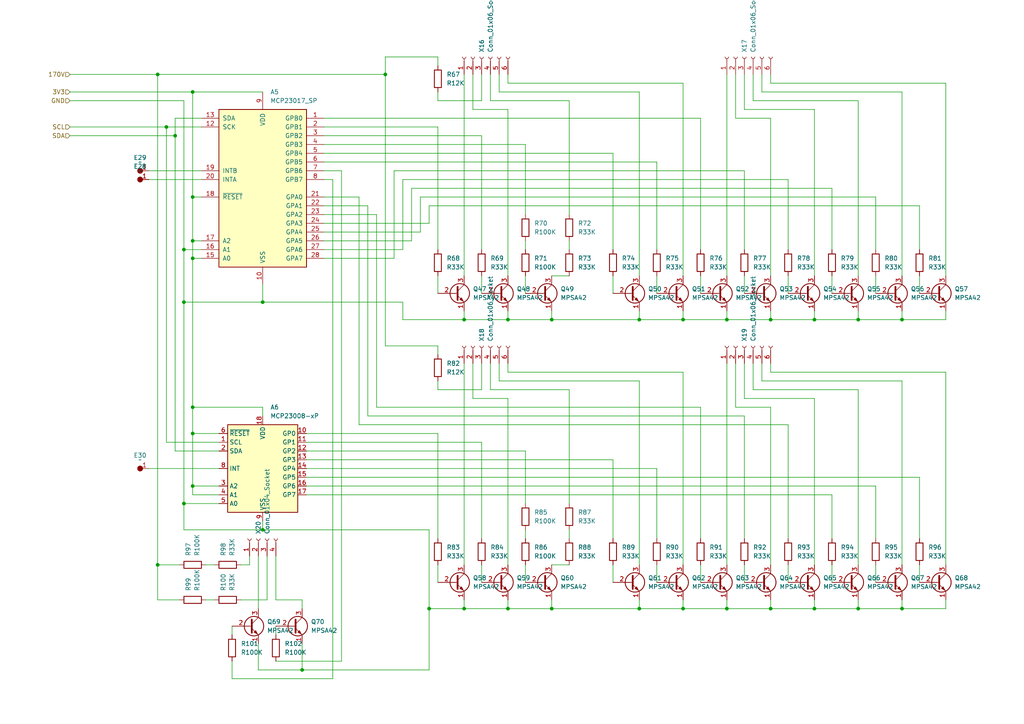
<source format=kicad_sch>
(kicad_sch (version 20231120) (generator "eeschema") (generator_version "8.0")
  (paper "A4")
  (lib_symbols
    (symbol "Connector:Conn_01x04_Socket" (pin_names (offset 1.016) hide)
      (property "Reference" "J" (at 0 5.08 0))
      (property "Value" "Conn_01x04_Socket" (at 0 -7.62 0))
      (symbol "Conn_01x04_Socket_1_1"
        (arc (start 0 -4.572) (mid -0.5058 -5.08) (end 0 -5.588) (stroke (width 0.1524)))
        (arc (start 0 -2.032) (mid -0.5058 -2.54) (end 0 -3.048) (stroke (width 0.1524)))
        (polyline (pts (xy -1.27 -5.08) (xy -0.508 -5.08)) (stroke (width 0.1524)))
        (polyline (pts (xy -1.27 -2.54) (xy -0.508 -2.54)) (stroke (width 0.1524)))
        (polyline (pts (xy -1.27 0) (xy -0.508 0)) (stroke (width 0.1524)))
        (polyline (pts (xy -1.27 2.54) (xy -0.508 2.54)) (stroke (width 0.1524)))
        (arc (start 0 0.508) (mid -0.5058 0) (end 0 -0.508) (stroke (width 0.1524)))
        (arc (start 0 3.048) (mid -0.5058 2.54) (end 0 2.032) (stroke (width 0.1524)))
        (pin passive line (at -5.08 2.54 0) (length 3.81) (name "Pin_1") (number "1"))
        (pin passive line (at -5.08 0 0) (length 3.81) (name "Pin_2") (number "2"))
        (pin passive line (at -5.08 -2.54 0) (length 3.81) (name "Pin_3") (number "3"))
        (pin passive line (at -5.08 -5.08 0) (length 3.81) (name "Pin_4") (number "4"))
      )
    )
    (symbol "Connector:Conn_01x06_Socket" (pin_names (offset 1.016) hide)
      (property "Reference" "J" (at 0 7.62 0))
      (property "Value" "Conn_01x06_Socket" (at 0 -10.16 0))
      (symbol "Conn_01x06_Socket_1_1"
        (arc (start 0 -7.112) (mid -0.5058 -7.62) (end 0 -8.128) (stroke (width 0.1524)))
        (arc (start 0 -4.572) (mid -0.5058 -5.08) (end 0 -5.588) (stroke (width 0.1524)))
        (arc (start 0 -2.032) (mid -0.5058 -2.54) (end 0 -3.048) (stroke (width 0.1524)))
        (polyline (pts (xy -1.27 -7.62) (xy -0.508 -7.62)) (stroke (width 0.1524)))
        (polyline (pts (xy -1.27 -5.08) (xy -0.508 -5.08)) (stroke (width 0.1524)))
        (polyline (pts (xy -1.27 -2.54) (xy -0.508 -2.54)) (stroke (width 0.1524)))
        (polyline (pts (xy -1.27 0) (xy -0.508 0)) (stroke (width 0.1524)))
        (polyline (pts (xy -1.27 2.54) (xy -0.508 2.54)) (stroke (width 0.1524)))
        (polyline (pts (xy -1.27 5.08) (xy -0.508 5.08)) (stroke (width 0.1524)))
        (arc (start 0 0.508) (mid -0.5058 0) (end 0 -0.508) (stroke (width 0.1524)))
        (arc (start 0 3.048) (mid -0.5058 2.54) (end 0 2.032) (stroke (width 0.1524)))
        (arc (start 0 5.588) (mid -0.5058 5.08) (end 0 4.572) (stroke (width 0.1524)))
        (pin passive line (at -5.08 5.08 0) (length 3.81) (name "Pin_1") (number "1"))
        (pin passive line (at -5.08 2.54 0) (length 3.81) (name "Pin_2") (number "2"))
        (pin passive line (at -5.08 0 0) (length 3.81) (name "Pin_3") (number "3"))
        (pin passive line (at -5.08 -2.54 0) (length 3.81) (name "Pin_4") (number "4"))
        (pin passive line (at -5.08 -5.08 0) (length 3.81) (name "Pin_5") (number "5"))
        (pin passive line (at -5.08 -7.62 0) (length 3.81) (name "Pin_6") (number "6"))
      )
    )
    (symbol "Device:R" (pin_numbers hide) (pin_names (offset 0))
      (property "Reference" "R" (at 2.032 0 90))
      (property "Value" "R" (at 0 0 90))
      (symbol "R_0_1"
        (rectangle (start -1.016 -2.54) (end 1.016 2.54) (stroke (width 0.254)))
      )
      (symbol "R_1_1"
        (pin passive line (at 0 3.81 270) (length 1.27) (name "~") (number "1"))
        (pin passive line (at 0 -3.81 90) (length 1.27) (name "~") (number "2"))
      )
    )
    (symbol "Interface_Expansion:MCP23008-xP"
      (property "Reference" "U" (at -8.89 13.97 0))
      (property "Value" "MCP23008-xP" (at 8.89 13.97 0))
      (symbol "MCP23008-xP_0_1"
        (rectangle (start -10.16 12.7) (end 10.16 -12.7) (stroke (width 0.254)) (fill (type background)))
      )
      (symbol "MCP23008-xP_1_1"
        (pin input line (at -12.7 7.62 0) (length 2.54) (name "SCL") (number "1"))
        (pin bidirectional line (at 12.7 10.16 180) (length 2.54) (name "GP0") (number "10"))
        (pin bidirectional line (at 12.7 7.62 180) (length 2.54) (name "GP1") (number "11"))
        (pin bidirectional line (at 12.7 5.08 180) (length 2.54) (name "GP2") (number "12"))
        (pin bidirectional line (at 12.7 2.54 180) (length 2.54) (name "GP3") (number "13"))
        (pin bidirectional line (at 12.7 0 180) (length 2.54) (name "GP4") (number "14"))
        (pin bidirectional line (at 12.7 -2.54 180) (length 2.54) (name "GP5") (number "15"))
        (pin bidirectional line (at 12.7 -5.08 180) (length 2.54) (name "GP6") (number "16"))
        (pin bidirectional line (at 12.7 -7.62 180) (length 2.54) (name "GP7") (number "17"))
        (pin power_in line (at 0 15.24 270) (length 2.54) (name "VDD") (number "18"))
        (pin bidirectional line (at -12.7 5.08 0) (length 2.54) (name "SDA") (number "2"))
        (pin input line (at -12.7 -5.08 0) (length 2.54) (name "A2") (number "3"))
        (pin input line (at -12.7 -7.62 0) (length 2.54) (name "A1") (number "4"))
        (pin input line (at -12.7 -10.16 0) (length 2.54) (name "A0") (number "5"))
        (pin input line (at -12.7 10.16 0) (length 2.54) (name "~{RESET}") (number "6"))
        (pin no_connect line (at -10.16 -2.54 0) (length 2.54) hide (name "NC") (number "7"))
        (pin output line (at -12.7 0 0) (length 2.54) (name "INT") (number "8"))
        (pin power_in line (at 0 -15.24 90) (length 2.54) (name "VSS") (number "9"))
      )
    )
    (symbol "Interface_Expansion:MCP23017_SP" (pin_names (offset 1.016))
      (property "Reference" "U" (at -11.43 24.13 0))
      (property "Value" "MCP23017_SP" (at 0 0 0))
      (symbol "MCP23017_SP_0_1"
        (rectangle (start -12.7 22.86) (end 12.7 -22.86) (stroke (width 0.254)) (fill (type background)))
      )
      (symbol "MCP23017_SP_1_1"
        (pin bidirectional line (at 17.78 20.32 180) (length 5.08) (name "GPB0") (number "1"))
        (pin power_in line (at 0 -27.94 90) (length 5.08) (name "VSS") (number "10"))
        (pin no_connect line (at -12.7 15.24 0) (length 5.08) hide (name "NC") (number "11"))
        (pin input line (at -17.78 17.78 0) (length 5.08) (name "SCK") (number "12"))
        (pin bidirectional line (at -17.78 20.32 0) (length 5.08) (name "SDA") (number "13"))
        (pin no_connect line (at -12.7 12.7 0) (length 5.08) hide (name "NC") (number "14"))
        (pin input line (at -17.78 -20.32 0) (length 5.08) (name "A0") (number "15"))
        (pin input line (at -17.78 -17.78 0) (length 5.08) (name "A1") (number "16"))
        (pin input line (at -17.78 -15.24 0) (length 5.08) (name "A2") (number "17"))
        (pin input line (at -17.78 -2.54 0) (length 5.08) (name "~{RESET}") (number "18"))
        (pin tri_state line (at -17.78 5.08 0) (length 5.08) (name "INTB") (number "19"))
        (pin bidirectional line (at 17.78 17.78 180) (length 5.08) (name "GPB1") (number "2"))
        (pin tri_state line (at -17.78 2.54 0) (length 5.08) (name "INTA") (number "20"))
        (pin bidirectional line (at 17.78 -2.54 180) (length 5.08) (name "GPA0") (number "21"))
        (pin bidirectional line (at 17.78 -5.08 180) (length 5.08) (name "GPA1") (number "22"))
        (pin bidirectional line (at 17.78 -7.62 180) (length 5.08) (name "GPA2") (number "23"))
        (pin bidirectional line (at 17.78 -10.16 180) (length 5.08) (name "GPA3") (number "24"))
        (pin bidirectional line (at 17.78 -12.7 180) (length 5.08) (name "GPA4") (number "25"))
        (pin bidirectional line (at 17.78 -15.24 180) (length 5.08) (name "GPA5") (number "26"))
        (pin bidirectional line (at 17.78 -17.78 180) (length 5.08) (name "GPA6") (number "27"))
        (pin bidirectional line (at 17.78 -20.32 180) (length 5.08) (name "GPA7") (number "28"))
        (pin bidirectional line (at 17.78 15.24 180) (length 5.08) (name "GPB2") (number "3"))
        (pin bidirectional line (at 17.78 12.7 180) (length 5.08) (name "GPB3") (number "4"))
        (pin bidirectional line (at 17.78 10.16 180) (length 5.08) (name "GPB4") (number "5"))
        (pin bidirectional line (at 17.78 7.62 180) (length 5.08) (name "GPB5") (number "6"))
        (pin bidirectional line (at 17.78 5.08 180) (length 5.08) (name "GPB6") (number "7"))
        (pin bidirectional line (at 17.78 2.54 180) (length 5.08) (name "GPB7") (number "8"))
        (pin power_in line (at 0 27.94 270) (length 5.08) (name "VDD") (number "9"))
      )
    )
    (symbol "Nixie:Pin"
      (property "Reference" "E" (at 4.064 0 0))
      (symbol "Pin_0_1"
        (circle (center 2.54 0) (radius 0.75) (fill (type outline)))
      )
      (symbol "Pin_1_1"
        (pin bidirectional line (at 0 0 0) (length 2.54) (name "") (number "1"))
      )
    )
    (symbol "Transistor_BJT:MPSA42" (pin_names (offset 1.016) hide)
      (property "Reference" "Q" (at 5.08 1.905 0))
      (property "Value" "MPSA42" (at 5.08 0 0))
      (symbol "MPSA42_0_1"
        (polyline (pts (xy 0 0) (xy 0.635 0)))
        (polyline (pts (xy 0.635 0.635) (xy 2.54 2.54)))
        (polyline (pts (xy 0.635 -0.635) (xy 2.54 -2.54) (xy 2.54 -2.54)))
        (polyline (pts (xy 0.635 1.905) (xy 0.635 -1.905) (xy 0.635 -1.905)) (stroke (width 0.508)))
        (polyline (pts (xy 1.27 -1.778) (xy 1.778 -1.27) (xy 2.286 -2.286) (xy 1.27 -1.778) (xy 1.27 -1.778)) (fill (type outline)))
        (circle (center 1.27 0) (radius 2.8194) (stroke (width 0.254)))
      )
      (symbol "MPSA42_1_1"
        (pin passive line (at 2.54 -5.08 90) (length 2.54) (name "E") (number "1"))
        (pin input line (at -5.08 0 0) (length 5.08) (name "B") (number "2"))
        (pin passive line (at 2.54 5.08 270) (length 2.54) (name "C") (number "3"))
      )
    )
  )
  (junction (at 55.88 140.97))
  (junction (at 55.88 74.93))
  (junction (at 147.32 92.71))
  (junction (at 261.62 176.53))
  (junction (at 223.52 176.53))
  (junction (at 147.32 176.53))
  (junction (at 261.62 92.71))
  (junction (at 53.34 87.63))
  (junction (at 45.72 163.83))
  (junction (at 111.76 21.59))
  (junction (at 210.82 176.53))
  (junction (at 223.52 92.71))
  (junction (at 185.42 92.71))
  (junction (at 198.12 92.71))
  (junction (at 55.88 57.15))
  (junction (at 76.2 87.63))
  (junction (at 45.72 21.59))
  (junction (at 55.88 26.67))
  (junction (at 236.22 92.71))
  (junction (at 53.34 146.05))
  (junction (at 160.02 176.53))
  (junction (at 48.26 36.83))
  (junction (at 248.92 92.71))
  (junction (at 160.02 92.71))
  (junction (at 210.82 92.71))
  (junction (at 198.12 176.53))
  (junction (at 236.22 176.53))
  (junction (at 55.88 118.11))
  (junction (at 53.34 72.39))
  (junction (at 55.88 69.85))
  (junction (at 124.46 176.53))
  (junction (at 55.88 125.73))
  (junction (at 248.92 176.53))
  (junction (at 134.62 92.71))
  (junction (at 50.8 39.37))
  (junction (at 76.2 153.67))
  (junction (at 87.63 194.31))
  (junction (at 134.62 176.53))
  (junction (at 185.42 176.53))
  (wire (pts (xy 55.88 69.85) (xy 58.42 69.85)))
  (wire (pts (xy 177.8 44.45) (xy 177.8 72.39)))
  (wire (pts (xy 134.62 105.41) (xy 134.62 163.83)))
  (wire (pts (xy 198.12 24.13) (xy 147.32 24.13)))
  (wire (pts (xy 20.32 29.21) (xy 53.34 29.21)))
  (wire (pts (xy 228.6 163.83) (xy 228.6 168.91)))
  (wire (pts (xy 127 80.01) (xy 127 85.09)))
  (wire (pts (xy 147.32 80.01) (xy 147.32 31.75)))
  (wire (pts (xy 274.32 24.13) (xy 223.52 24.13)))
  (wire (pts (xy 93.98 59.69) (xy 106.68 59.69)))
  (wire (pts (xy 203.2 80.01) (xy 203.2 85.09)))
  (wire (pts (xy 147.32 24.13) (xy 147.32 21.59)))
  (wire (pts (xy 144.78 26.67) (xy 144.78 21.59)))
  (wire (pts (xy 20.32 36.83) (xy 48.26 36.83)))
  (wire (pts (xy 58.42 74.93) (xy 55.88 74.93)))
  (wire (pts (xy 160.02 176.53) (xy 185.42 176.53)))
  (wire (pts (xy 67.31 181.61) (xy 67.31 184.15)))
  (wire (pts (xy 165.1 69.85) (xy 165.1 72.39)))
  (wire (pts (xy 165.1 62.23) (xy 165.1 29.21)))
  (wire (pts (xy 63.5 125.73) (xy 55.88 125.73)))
  (wire (pts (xy 72.39 163.83) (xy 72.39 161.29)))
  (wire (pts (xy 261.62 92.71) (xy 261.62 90.17)))
  (wire (pts (xy 80.01 161.29) (xy 80.01 173.99)))
  (wire (pts (xy 76.2 153.67) (xy 76.2 151.13)))
  (wire (pts (xy 111.76 16.51) (xy 127 16.51)))
  (wire (pts (xy 139.7 72.39) (xy 139.7 39.37)))
  (wire (pts (xy 254 80.01) (xy 254 85.09)))
  (wire (pts (xy 185.42 173.99) (xy 185.42 176.53)))
  (wire (pts (xy 55.88 74.93) (xy 55.88 118.11)))
  (wire (pts (xy 74.93 194.31) (xy 87.63 194.31)))
  (wire (pts (xy 74.93 186.69) (xy 74.93 194.31)))
  (wire (pts (xy 203.2 163.83) (xy 203.2 168.91)))
  (wire (pts (xy 50.8 39.37) (xy 50.8 34.29)))
  (wire (pts (xy 274.32 173.99) (xy 274.32 176.53)))
  (wire (pts (xy 210.82 92.71) (xy 198.12 92.71)))
  (wire (pts (xy 137.16 115.57) (xy 147.32 115.57)))
  (wire (pts (xy 185.42 92.71) (xy 160.02 92.71)))
  (wire (pts (xy 93.98 52.07) (xy 96.52 52.07)))
  (wire (pts (xy 53.34 146.05) (xy 53.34 153.67)))
  (wire (pts (xy 127 72.39) (xy 127 36.83)))
  (wire (pts (xy 274.32 24.13) (xy 274.32 80.01)))
  (wire (pts (xy 121.92 57.15) (xy 121.92 67.31)))
  (wire (pts (xy 261.62 176.53) (xy 261.62 173.99)))
  (wire (pts (xy 236.22 115.57) (xy 215.9 115.57)))
  (wire (pts (xy 55.88 143.51) (xy 55.88 140.97)))
  (wire (pts (xy 198.12 92.71) (xy 198.12 90.17)))
  (wire (pts (xy 43.18 52.07) (xy 58.42 52.07)))
  (wire (pts (xy 228.6 156.21) (xy 228.6 123.19)))
  (wire (pts (xy 248.92 80.01) (xy 248.92 29.21)))
  (wire (pts (xy 55.88 118.11) (xy 76.2 118.11)))
  (wire (pts (xy 218.44 29.21) (xy 218.44 21.59)))
  (wire (pts (xy 20.32 39.37) (xy 50.8 39.37)))
  (wire (pts (xy 45.72 21.59) (xy 45.72 163.83)))
  (wire (pts (xy 76.2 118.11) (xy 76.2 120.65)))
  (wire (pts (xy 152.4 153.67) (xy 152.4 156.21)))
  (wire (pts (xy 236.22 80.01) (xy 236.22 31.75)))
  (wire (pts (xy 248.92 29.21) (xy 218.44 29.21)))
  (wire (pts (xy 67.31 196.85) (xy 67.31 191.77)))
  (wire (pts (xy 52.07 173.99) (xy 45.72 173.99)))
  (wire (pts (xy 93.98 46.99) (xy 190.5 46.99)))
  (wire (pts (xy 88.9 143.51) (xy 241.3 143.51)))
  (wire (pts (xy 48.26 36.83) (xy 48.26 128.27)))
  (wire (pts (xy 213.36 118.11) (xy 213.36 105.41)))
  (wire (pts (xy 223.52 163.83) (xy 223.52 118.11)))
  (wire (pts (xy 55.88 140.97) (xy 55.88 125.73)))
  (wire (pts (xy 63.5 130.81) (xy 50.8 130.81)))
  (wire (pts (xy 152.4 130.81) (xy 152.4 146.05)))
  (wire (pts (xy 93.98 72.39) (xy 116.84 72.39)))
  (wire (pts (xy 88.9 125.73) (xy 127 125.73)))
  (wire (pts (xy 87.63 173.99) (xy 87.63 176.53)))
  (wire (pts (xy 77.47 173.99) (xy 77.47 161.29)))
  (wire (pts (xy 160.02 80.01) (xy 165.1 80.01)))
  (wire (pts (xy 198.12 176.53) (xy 210.82 176.53)))
  (wire (pts (xy 266.7 163.83) (xy 266.7 168.91)))
  (wire (pts (xy 20.32 21.59) (xy 45.72 21.59)))
  (wire (pts (xy 96.52 196.85) (xy 67.31 196.85)))
  (wire (pts (xy 87.63 194.31) (xy 124.46 194.31)))
  (wire (pts (xy 165.1 146.05) (xy 165.1 113.03)))
  (wire (pts (xy 43.18 49.53) (xy 58.42 49.53)))
  (wire (pts (xy 76.2 153.67) (xy 124.46 153.67)))
  (wire (pts (xy 55.88 69.85) (xy 55.88 74.93)))
  (wire (pts (xy 147.32 31.75) (xy 137.16 31.75)))
  (wire (pts (xy 215.9 163.83) (xy 215.9 168.91)))
  (wire (pts (xy 198.12 80.01) (xy 198.12 24.13)))
  (wire (pts (xy 152.4 80.01) (xy 152.4 85.09)))
  (wire (pts (xy 114.3 49.53) (xy 215.9 49.53)))
  (wire (pts (xy 59.69 173.99) (xy 62.23 173.99)))
  (wire (pts (xy 119.38 54.61) (xy 241.3 54.61)))
  (wire (pts (xy 266.7 72.39) (xy 266.7 59.69)))
  (wire (pts (xy 210.82 173.99) (xy 210.82 176.53)))
  (wire (pts (xy 127 113.03) (xy 127 110.49)))
  (wire (pts (xy 241.3 80.01) (xy 241.3 85.09)))
  (wire (pts (xy 63.5 143.51) (xy 55.88 143.51)))
  (wire (pts (xy 127 163.83) (xy 127 168.91)))
  (wire (pts (xy 236.22 92.71) (xy 223.52 92.71)))
  (wire (pts (xy 88.9 130.81) (xy 152.4 130.81)))
  (wire (pts (xy 274.32 176.53) (xy 261.62 176.53)))
  (wire (pts (xy 261.62 163.83) (xy 261.62 110.49)))
  (wire (pts (xy 203.2 156.21) (xy 203.2 118.11)))
  (wire (pts (xy 116.84 52.07) (xy 116.84 72.39)))
  (wire (pts (xy 165.1 113.03) (xy 142.24 113.03)))
  (wire (pts (xy 236.22 163.83) (xy 236.22 115.57)))
  (wire (pts (xy 241.3 54.61) (xy 241.3 72.39)))
  (wire (pts (xy 185.42 110.49) (xy 144.78 110.49)))
  (wire (pts (xy 139.7 113.03) (xy 127 113.03)))
  (wire (pts (xy 185.42 163.83) (xy 185.42 110.49)))
  (wire (pts (xy 88.9 140.97) (xy 254 140.97)))
  (wire (pts (xy 137.16 31.75) (xy 137.16 21.59)))
  (wire (pts (xy 266.7 80.01) (xy 266.7 85.09)))
  (wire (pts (xy 93.98 69.85) (xy 119.38 69.85)))
  (wire (pts (xy 203.2 34.29) (xy 203.2 72.39)))
  (wire (pts (xy 93.98 64.77) (xy 124.46 64.77)))
  (wire (pts (xy 109.22 118.11) (xy 203.2 118.11)))
  (wire (pts (xy 139.7 163.83) (xy 139.7 168.91)))
  (wire (pts (xy 20.32 26.67) (xy 55.88 26.67)))
  (wire (pts (xy 53.34 72.39) (xy 53.34 87.63)))
  (wire (pts (xy 93.98 62.23) (xy 109.22 62.23)))
  (wire (pts (xy 139.7 80.01) (xy 139.7 85.09)))
  (wire (pts (xy 236.22 173.99) (xy 236.22 176.53)))
  (wire (pts (xy 160.02 92.71) (xy 147.32 92.71)))
  (wire (pts (xy 236.22 176.53) (xy 248.92 176.53)))
  (wire (pts (xy 111.76 100.33) (xy 111.76 21.59)))
  (wire (pts (xy 88.9 128.27) (xy 139.7 128.27)))
  (wire (pts (xy 53.34 72.39) (xy 58.42 72.39)))
  (wire (pts (xy 215.9 31.75) (xy 215.9 21.59)))
  (wire (pts (xy 55.88 57.15) (xy 55.88 69.85)))
  (wire (pts (xy 139.7 128.27) (xy 139.7 156.21)))
  (wire (pts (xy 223.52 107.95) (xy 223.52 105.41)))
  (wire (pts (xy 248.92 92.71) (xy 236.22 92.71)))
  (wire (pts (xy 223.52 118.11) (xy 213.36 118.11)))
  (wire (pts (xy 210.82 92.71) (xy 223.52 92.71)))
  (wire (pts (xy 165.1 29.21) (xy 142.24 29.21)))
  (wire (pts (xy 106.68 120.65) (xy 106.68 59.69)))
  (wire (pts (xy 139.7 29.21) (xy 127 29.21)))
  (wire (pts (xy 198.12 163.83) (xy 198.12 107.95)))
  (wire (pts (xy 119.38 54.61) (xy 119.38 69.85)))
  (wire (pts (xy 152.4 69.85) (xy 152.4 72.39)))
  (wire (pts (xy 213.36 34.29) (xy 213.36 21.59)))
  (wire (pts (xy 223.52 21.59) (xy 223.52 24.13)))
  (wire (pts (xy 185.42 176.53) (xy 198.12 176.53)))
  (wire (pts (xy 198.12 173.99) (xy 198.12 176.53)))
  (wire (pts (xy 45.72 173.99) (xy 45.72 163.83)))
  (wire (pts (xy 116.84 87.63) (xy 116.84 92.71)))
  (wire (pts (xy 124.46 194.31) (xy 124.46 176.53)))
  (wire (pts (xy 254 163.83) (xy 254 168.91)))
  (wire (pts (xy 43.18 135.89) (xy 63.5 135.89)))
  (wire (pts (xy 139.7 105.41) (xy 139.7 113.03)))
  (wire (pts (xy 48.26 36.83) (xy 58.42 36.83)))
  (wire (pts (xy 142.24 29.21) (xy 142.24 21.59)))
  (wire (pts (xy 45.72 21.59) (xy 111.76 21.59)))
  (wire (pts (xy 220.98 110.49) (xy 220.98 105.41)))
  (wire (pts (xy 121.92 67.31) (xy 93.98 67.31)))
  (wire (pts (xy 127 100.33) (xy 127 102.87)))
  (wire (pts (xy 80.01 181.61) (xy 80.01 184.15)))
  (wire (pts (xy 88.9 138.43) (xy 266.7 138.43)))
  (wire (pts (xy 99.06 191.77) (xy 99.06 49.53)))
  (wire (pts (xy 274.32 92.71) (xy 261.62 92.71)))
  (wire (pts (xy 223.52 80.01) (xy 223.52 34.29)))
  (wire (pts (xy 134.62 21.59) (xy 134.62 80.01)))
  (wire (pts (xy 55.88 57.15) (xy 58.42 57.15)))
  (wire (pts (xy 134.62 92.71) (xy 116.84 92.71)))
  (wire (pts (xy 274.32 90.17) (xy 274.32 92.71)))
  (wire (pts (xy 198.12 92.71) (xy 185.42 92.71)))
  (wire (pts (xy 185.42 92.71) (xy 185.42 90.17)))
  (wire (pts (xy 114.3 49.53) (xy 114.3 74.93)))
  (wire (pts (xy 59.69 163.83) (xy 62.23 163.83)))
  (wire (pts (xy 127 29.21) (xy 127 26.67)))
  (wire (pts (xy 104.14 123.19) (xy 228.6 123.19)))
  (wire (pts (xy 69.85 163.83) (xy 72.39 163.83)))
  (wire (pts (xy 198.12 107.95) (xy 147.32 107.95)))
  (wire (pts (xy 50.8 34.29) (xy 58.42 34.29)))
  (wire (pts (xy 88.9 135.89) (xy 190.5 135.89)))
  (wire (pts (xy 134.62 173.99) (xy 134.62 176.53)))
  (wire (pts (xy 236.22 92.71) (xy 236.22 90.17)))
  (wire (pts (xy 88.9 133.35) (xy 177.8 133.35)))
  (wire (pts (xy 160.02 163.83) (xy 165.1 163.83)))
  (wire (pts (xy 139.7 39.37) (xy 93.98 39.37)))
  (wire (pts (xy 124.46 59.69) (xy 266.7 59.69)))
  (wire (pts (xy 223.52 173.99) (xy 223.52 176.53)))
  (wire (pts (xy 215.9 115.57) (xy 215.9 105.41)))
  (wire (pts (xy 124.46 153.67) (xy 124.46 176.53)))
  (wire (pts (xy 241.3 163.83) (xy 241.3 168.91)))
  (wire (pts (xy 45.72 163.83) (xy 52.07 163.83)))
  (wire (pts (xy 210.82 92.71) (xy 210.82 90.17)))
  (wire (pts (xy 106.68 120.65) (xy 215.9 120.65)))
  (wire (pts (xy 127 16.51) (xy 127 19.05)))
  (wire (pts (xy 76.2 87.63) (xy 53.34 87.63)))
  (wire (pts (xy 248.92 176.53) (xy 261.62 176.53)))
  (wire (pts (xy 165.1 153.67) (xy 165.1 156.21)))
  (wire (pts (xy 210.82 105.41) (xy 210.82 163.83)))
  (wire (pts (xy 80.01 173.99) (xy 87.63 173.99)))
  (wire (pts (xy 152.4 41.91) (xy 93.98 41.91)))
  (wire (pts (xy 254 57.15) (xy 254 72.39)))
  (wire (pts (xy 215.9 156.21) (xy 215.9 120.65)))
  (wire (pts (xy 144.78 110.49) (xy 144.78 105.41)))
  (wire (pts (xy 134.62 176.53) (xy 147.32 176.53)))
  (wire (pts (xy 63.5 128.27) (xy 48.26 128.27)))
  (wire (pts (xy 223.52 92.71) (xy 223.52 90.17)))
  (wire (pts (xy 236.22 31.75) (xy 215.9 31.75)))
  (wire (pts (xy 53.34 29.21) (xy 53.34 72.39)))
  (wire (pts (xy 210.82 176.53) (xy 223.52 176.53)))
  (wire (pts (xy 248.92 113.03) (xy 218.44 113.03)))
  (wire (pts (xy 185.42 26.67) (xy 144.78 26.67)))
  (wire (pts (xy 116.84 87.63) (xy 76.2 87.63)))
  (wire (pts (xy 99.06 49.53) (xy 93.98 49.53)))
  (wire (pts (xy 261.62 92.71) (xy 248.92 92.71)))
  (wire (pts (xy 74.93 161.29) (xy 74.93 176.53)))
  (wire (pts (xy 218.44 113.03) (xy 218.44 105.41)))
  (wire (pts (xy 177.8 80.01) (xy 177.8 85.09)))
  (wire (pts (xy 215.9 80.01) (xy 215.9 85.09)))
  (wire (pts (xy 147.32 92.71) (xy 147.32 90.17)))
  (wire (pts (xy 185.42 80.01) (xy 185.42 26.67)))
  (wire (pts (xy 104.14 57.15) (xy 104.14 123.19)))
  (wire (pts (xy 116.84 52.07) (xy 228.6 52.07)))
  (wire (pts (xy 248.92 92.71) (xy 248.92 90.17)))
  (wire (pts (xy 190.5 135.89) (xy 190.5 156.21)))
  (wire (pts (xy 53.34 87.63) (xy 53.34 146.05)))
  (wire (pts (xy 152.4 62.23) (xy 152.4 41.91)))
  (wire (pts (xy 109.22 118.11) (xy 109.22 62.23)))
  (wire (pts (xy 160.02 173.99) (xy 160.02 176.53)))
  (wire (pts (xy 53.34 146.05) (xy 63.5 146.05)))
  (wire (pts (xy 223.52 34.29) (xy 213.36 34.29)))
  (wire (pts (xy 220.98 26.67) (xy 220.98 21.59)))
  (wire (pts (xy 147.32 163.83) (xy 147.32 115.57)))
  (wire (pts (xy 69.85 173.99) (xy 77.47 173.99)))
  (wire (pts (xy 127 125.73) (xy 127 156.21)))
  (wire (pts (xy 223.52 176.53) (xy 236.22 176.53)))
  (wire (pts (xy 142.24 113.03) (xy 142.24 105.41)))
  (wire (pts (xy 93.98 34.29) (xy 203.2 34.29)))
  (wire (pts (xy 124.46 176.53) (xy 134.62 176.53)))
  (wire (pts (xy 254 140.97) (xy 254 156.21)))
  (wire (pts (xy 160.02 92.71) (xy 160.02 90.17)))
  (wire (pts (xy 274.32 163.83) (xy 274.32 107.95)))
  (wire (pts (xy 147.32 173.99) (xy 147.32 176.53)))
  (wire (pts (xy 111.76 16.51) (xy 111.76 21.59)))
  (wire (pts (xy 261.62 110.49) (xy 220.98 110.49)))
  (wire (pts (xy 137.16 115.57) (xy 137.16 105.41)))
  (wire (pts (xy 121.92 57.15) (xy 254 57.15)))
  (wire (pts (xy 190.5 46.99) (xy 190.5 72.39)))
  (wire (pts (xy 55.88 26.67) (xy 76.2 26.67)))
  (wire (pts (xy 261.62 80.01) (xy 261.62 26.67)))
  (wire (pts (xy 55.88 26.67) (xy 55.88 57.15)))
  (wire (pts (xy 93.98 74.93) (xy 114.3 74.93)))
  (wire (pts (xy 127 100.33) (xy 111.76 100.33)))
  (wire (pts (xy 104.14 57.15) (xy 93.98 57.15)))
  (wire (pts (xy 96.52 52.07) (xy 96.52 196.85)))
  (wire (pts (xy 147.32 92.71) (xy 134.62 92.71)))
  (wire (pts (xy 274.32 107.95) (xy 223.52 107.95)))
  (wire (pts (xy 127 36.83) (xy 93.98 36.83)))
  (wire (pts (xy 261.62 26.67) (xy 220.98 26.67)))
  (wire (pts (xy 55.88 125.73) (xy 55.88 118.11)))
  (wire (pts (xy 177.8 133.35) (xy 177.8 156.21)))
  (wire (pts (xy 190.5 163.83) (xy 190.5 168.91)))
  (wire (pts (xy 134.62 92.71) (xy 134.62 90.17)))
  (wire (pts (xy 147.32 176.53) (xy 160.02 176.53)))
  (wire (pts (xy 80.01 191.77) (xy 99.06 191.77)))
  (wire (pts (xy 139.7 21.59) (xy 139.7 29.21)))
  (wire (pts (xy 147.32 107.95) (xy 147.32 105.41)))
  (wire (pts (xy 248.92 173.99) (xy 248.92 176.53)))
  (wire (pts (xy 87.63 186.69) (xy 87.63 194.31)))
  (wire (pts (xy 215.9 49.53) (xy 215.9 72.39)))
  (wire (pts (xy 53.34 153.67) (xy 76.2 153.67)))
  (wire (pts (xy 76.2 82.55) (xy 76.2 87.63)))
  (wire (pts (xy 241.3 156.21) (xy 241.3 143.51)))
  (wire (pts (xy 266.7 156.21) (xy 266.7 138.43)))
  (wire (pts (xy 190.5 80.01) (xy 190.5 85.09)))
  (wire (pts (xy 210.82 80.01) (xy 210.82 21.59)))
  (wire (pts (xy 248.92 163.83) (xy 248.92 113.03)))
  (wire (pts (xy 63.5 140.97) (xy 55.88 140.97)))
  (wire (pts (xy 228.6 80.01) (xy 228.6 85.09)))
  (wire (pts (xy 93.98 44.45) (xy 177.8 44.45)))
  (wire (pts (xy 177.8 163.83) (xy 177.8 168.91)))
  (wire (pts (xy 50.8 130.81) (xy 50.8 39.37)))
  (wire (pts (xy 152.4 163.83) (xy 152.4 168.91)))
  (wire (pts (xy 124.46 64.77) (xy 124.46 59.69)))
  (wire (pts (xy 228.6 52.07) (xy 228.6 72.39)))
  (hierarchical_label "170V" (shape input) (at 20.32 21.59 180))
  (hierarchical_label "GND" (shape input) (at 20.32 29.21 180))
  (hierarchical_label "SDA" (shape input) (at 20.32 39.37 180))
  (hierarchical_label "SCL" (shape input) (at 20.32 36.83 180))
  (hierarchical_label "3V3" (shape input) (at 20.32 26.67 180))
  (symbol (lib_id "Device:R") (at 66.04 173.99 90) (unit 1)
    (property "Reference" "R100" (at 64.7699 171.45 0) (effects (justify left)))
    (property "Value" "R33K" (at 67.3099 171.45 0) (effects (justify left)))
    (property "Footprint" "Nixie:Resistor-a" (effects (hide yes)))
    (property "Description" "Resistor" (effects (hide yes)))
  )
  (symbol (lib_id "Nixie:Pin") (at 43.18 49.53 180) (unit 1)
    (property "Reference" "E29" (at 40.64 45.72 0))
    (property "Value" "~" (at 40.64 46.99 0))
    (property "Footprint" "Nixie:SingleHole" (effects (hide yes)))
  )
  (symbol (lib_id "Device:R") (at 254 160.02 0) (unit 1)
    (property "Reference" "R95" (at 256.54 158.7499 0) (effects (justify left)))
    (property "Value" "R33K" (at 256.54 161.2899 0) (effects (justify left)))
    (property "Footprint" "Nixie:Resistor-a" (effects (hide yes)))
    (property "Description" "Resistor" (effects (hide yes)))
  )
  (symbol (lib_id "Device:R") (at 241.3 160.02 0) (unit 1)
    (property "Reference" "R94" (at 243.84 158.7499 0) (effects (justify left)))
    (property "Value" "R33K" (at 243.84 161.2899 0) (effects (justify left)))
    (property "Footprint" "Nixie:Resistor-a" (effects (hide yes)))
    (property "Description" "Resistor" (effects (hide yes)))
  )
  (symbol (lib_id "Connector:Conn_01x04_Socket") (at 74.93 156.21 90) (unit 1)
    (property "Reference" "X20" (at 74.9299 154.94 0) (effects (justify left)))
    (property "Value" "Conn_01x04_Socket" (at 77.4699 154.94 0) (effects (justify left)))
    (property "Footprint" "Nixie:Pinbar_1-4-f-a" (effects (hide yes)))
    (property "Description" "Generic connector, single row, 01x04, script generated" (effects (hide yes)))
  )
  (symbol (lib_id "Transistor_BJT:MPSA42") (at 271.78 168.91 0) (unit 1)
    (property "Reference" "Q68" (at 276.86 167.6399 0) (effects (justify left)))
    (property "Value" "MPSA42" (at 276.86 170.1799 0) (effects (justify left)))
    (property "Footprint" "Package_TO_SOT_THT:TO-92_Inline" (effects (hide yes)))
    (property "Datasheet" "http://www.onsemi.com/pub_link/Collateral/MPSA42-D.PDF" (effects (hide yes)))
    (property "Description" "0.5A Ic, 300V Vce, NPN High Voltage Transistor, TO-92" (effects (hide yes)))
  )
  (symbol (lib_id "Device:R") (at 127 106.68 0) (unit 1)
    (property "Reference" "R82" (at 129.54 105.4099 0) (effects (justify left)))
    (property "Value" "R12K" (at 129.54 107.9499 0) (effects (justify left)))
    (property "Footprint" "Nixie:Resistor-a" (effects (hide yes)))
    (property "Description" "Resistor" (effects (hide yes)))
  )
  (symbol (lib_id "Device:R") (at 152.4 76.2 0) (unit 1)
    (property "Reference" "R71" (at 154.94 74.9299 0) (effects (justify left)))
    (property "Value" "R100K" (at 154.94 77.4699 0) (effects (justify left)))
    (property "Footprint" "Nixie:Resistor-a" (effects (hide yes)))
    (property "Description" "Resistor" (effects (hide yes)))
  )
  (symbol (lib_id "Interface_Expansion:MCP23017_SP") (at 76.2 54.61 0) (unit 1)
    (property "Reference" "A5" (at 78.3941 26.67 0) (effects (justify left)))
    (property "Value" "MCP23017_SP" (at 78.3941 29.21 0) (effects (justify left)))
    (property "Footprint" "Package_DIP:DIP-28_W7.62mm" (effects (hide yes)))
    (property "Datasheet" "http://ww1.microchip.com/downloads/en/DeviceDoc/20001952C.pdf" (effects (hide yes)))
    (property "Description" "16-bit I/O expander, I2C, interrupts, w pull-ups, SPDIP-28" (effects (hide yes)))
  )
  (symbol (lib_id "Device:R") (at 127 160.02 0) (unit 1)
    (property "Reference" "R83" (at 129.54 158.7499 0) (effects (justify left)))
    (property "Value" "R33K" (at 129.54 161.2899 0) (effects (justify left)))
    (property "Footprint" "Nixie:Resistor-a" (effects (hide yes)))
    (property "Description" "Resistor" (effects (hide yes)))
  )
  (symbol (lib_id "Device:R") (at 165.1 76.2 0) (unit 1)
    (property "Reference" "R73" (at 167.64 74.9299 0) (effects (justify left)))
    (property "Value" "R33K" (at 167.64 77.4699 0) (effects (justify left)))
    (property "Footprint" "Nixie:Resistor-a" (effects (hide yes)))
    (property "Description" "Resistor" (effects (hide yes)))
  )
  (symbol (lib_id "Device:R") (at 127 76.2 0) (unit 1)
    (property "Reference" "R68" (at 129.54 74.9299 0) (effects (justify left)))
    (property "Value" "R33K" (at 129.54 77.4699 0) (effects (justify left)))
    (property "Footprint" "Nixie:Resistor-a" (effects (hide yes)))
    (property "Description" "Resistor" (effects (hide yes)))
  )
  (symbol (lib_id "Transistor_BJT:MPSA42") (at 259.08 85.09 0) (unit 1)
    (property "Reference" "Q56" (at 264.16 83.8199 0) (effects (justify left)))
    (property "Value" "MPSA42" (at 264.16 86.3599 0) (effects (justify left)))
    (property "Footprint" "Package_TO_SOT_THT:TO-92_Inline" (effects (hide yes)))
    (property "Datasheet" "http://www.onsemi.com/pub_link/Collateral/MPSA42-D.PDF" (effects (hide yes)))
    (property "Description" "0.5A Ic, 300V Vce, NPN High Voltage Transistor, TO-92" (effects (hide yes)))
  )
  (symbol (lib_id "Transistor_BJT:MPSA42") (at 246.38 168.91 0) (unit 1)
    (property "Reference" "Q66" (at 251.46 167.6399 0) (effects (justify left)))
    (property "Value" "MPSA42" (at 251.46 170.1799 0) (effects (justify left)))
    (property "Footprint" "Package_TO_SOT_THT:TO-92_Inline" (effects (hide yes)))
    (property "Datasheet" "http://www.onsemi.com/pub_link/Collateral/MPSA42-D.PDF" (effects (hide yes)))
    (property "Description" "0.5A Ic, 300V Vce, NPN High Voltage Transistor, TO-92" (effects (hide yes)))
  )
  (symbol (lib_id "Device:R") (at 215.9 160.02 0) (unit 1)
    (property "Reference" "R92" (at 218.44 158.7499 0) (effects (justify left)))
    (property "Value" "R33K" (at 218.44 161.2899 0) (effects (justify left)))
    (property "Footprint" "Nixie:Resistor-a" (effects (hide yes)))
    (property "Description" "Resistor" (effects (hide yes)))
  )
  (symbol (lib_id "Transistor_BJT:MPSA42") (at 182.88 85.09 0) (unit 1)
    (property "Reference" "Q50" (at 187.96 83.8199 0) (effects (justify left)))
    (property "Value" "MPSA42" (at 187.96 86.3599 0) (effects (justify left)))
    (property "Footprint" "Package_TO_SOT_THT:TO-92_Inline" (effects (hide yes)))
    (property "Datasheet" "http://www.onsemi.com/pub_link/Collateral/MPSA42-D.PDF" (effects (hide yes)))
    (property "Description" "0.5A Ic, 300V Vce, NPN High Voltage Transistor, TO-92" (effects (hide yes)))
  )
  (symbol (lib_id "Device:R") (at 139.7 160.02 0) (unit 1)
    (property "Reference" "R84" (at 142.24 158.7499 0) (effects (justify left)))
    (property "Value" "R33K" (at 142.24 161.2899 0) (effects (justify left)))
    (property "Footprint" "Nixie:Resistor-a" (effects (hide yes)))
    (property "Description" "Resistor" (effects (hide yes)))
  )
  (symbol (lib_id "Device:R") (at 177.8 76.2 0) (unit 1)
    (property "Reference" "R74" (at 180.34 74.9299 0) (effects (justify left)))
    (property "Value" "R33K" (at 180.34 77.4699 0) (effects (justify left)))
    (property "Footprint" "Nixie:Resistor-a" (effects (hide yes)))
    (property "Description" "Resistor" (effects (hide yes)))
  )
  (symbol (lib_id "Transistor_BJT:MPSA42") (at 132.08 85.09 0) (unit 1)
    (property "Reference" "Q47" (at 137.16 83.8199 0) (effects (justify left)))
    (property "Value" "MPSA42" (at 137.16 86.3599 0) (effects (justify left)))
    (property "Footprint" "Package_TO_SOT_THT:TO-92_Inline" (effects (hide yes)))
    (property "Datasheet" "http://www.onsemi.com/pub_link/Collateral/MPSA42-D.PDF" (effects (hide yes)))
    (property "Description" "0.5A Ic, 300V Vce, NPN High Voltage Transistor, TO-92" (effects (hide yes)))
  )
  (symbol (lib_id "Transistor_BJT:MPSA42") (at 157.48 168.91 0) (unit 1)
    (property "Reference" "Q60" (at 162.56 167.6399 0) (effects (justify left)))
    (property "Value" "MPSA42" (at 162.56 170.1799 0) (effects (justify left)))
    (property "Footprint" "Package_TO_SOT_THT:TO-92_Inline" (effects (hide yes)))
    (property "Datasheet" "http://www.onsemi.com/pub_link/Collateral/MPSA42-D.PDF" (effects (hide yes)))
    (property "Description" "0.5A Ic, 300V Vce, NPN High Voltage Transistor, TO-92" (effects (hide yes)))
  )
  (symbol (lib_id "Device:R") (at 80.01 187.96 0) (unit 1)
    (property "Reference" "R102" (at 82.55 186.6899 0) (effects (justify left)))
    (property "Value" "R100K" (at 82.55 189.2299 0) (effects (justify left)))
    (property "Footprint" "Nixie:Resistor-a" (effects (hide yes)))
    (property "Description" "Resistor" (effects (hide yes)))
  )
  (symbol (lib_id "Device:R") (at 152.4 160.02 0) (unit 1)
    (property "Reference" "R86" (at 154.94 158.7499 0) (effects (justify left)))
    (property "Value" "R100K" (at 154.94 161.2899 0) (effects (justify left)))
    (property "Footprint" "Nixie:Resistor-a" (effects (hide yes)))
    (property "Description" "Resistor" (effects (hide yes)))
  )
  (symbol (lib_id "Transistor_BJT:MPSA42") (at 208.28 85.09 0) (unit 1)
    (property "Reference" "Q52" (at 213.36 83.8199 0) (effects (justify left)))
    (property "Value" "MPSA42" (at 213.36 86.3599 0) (effects (justify left)))
    (property "Footprint" "Package_TO_SOT_THT:TO-92_Inline" (effects (hide yes)))
    (property "Datasheet" "http://www.onsemi.com/pub_link/Collateral/MPSA42-D.PDF" (effects (hide yes)))
    (property "Description" "0.5A Ic, 300V Vce, NPN High Voltage Transistor, TO-92" (effects (hide yes)))
  )
  (symbol (lib_id "Connector:Conn_01x06_Socket") (at 139.7 16.51 90) (unit 1)
    (property "Reference" "X16" (at 139.6999 15.24 0) (effects (justify left)))
    (property "Value" "Conn_01x06_Socket" (at 142.2399 15.24 0) (effects (justify left)))
    (property "Footprint" "Nixie:Pinbar_1-6-f-a" (effects (hide yes)))
    (property "Description" "Generic connector, single row, 01x06, script generated" (effects (hide yes)))
  )
  (symbol (lib_id "Device:R") (at 55.88 163.83 90) (unit 1)
    (property "Reference" "R97" (at 54.6099 161.29 0) (effects (justify left)))
    (property "Value" "R100K" (at 57.1499 161.29 0) (effects (justify left)))
    (property "Footprint" "Nixie:Resistor-a" (effects (hide yes)))
    (property "Description" "Resistor" (effects (hide yes)))
  )
  (symbol (lib_id "Transistor_BJT:MPSA42") (at 271.78 85.09 0) (unit 1)
    (property "Reference" "Q57" (at 276.86 83.8199 0) (effects (justify left)))
    (property "Value" "MPSA42" (at 276.86 86.3599 0) (effects (justify left)))
    (property "Footprint" "Package_TO_SOT_THT:TO-92_Inline" (effects (hide yes)))
    (property "Datasheet" "http://www.onsemi.com/pub_link/Collateral/MPSA42-D.PDF" (effects (hide yes)))
    (property "Description" "0.5A Ic, 300V Vce, NPN High Voltage Transistor, TO-92" (effects (hide yes)))
  )
  (symbol (lib_id "Nixie:Pin") (at 43.18 52.07 180) (unit 1)
    (property "Reference" "E28" (at 40.64 48.26 0))
    (property "Value" "~" (at 40.64 49.53 0))
    (property "Footprint" "Nixie:SingleHole" (effects (hide yes)))
  )
  (symbol (lib_id "Transistor_BJT:MPSA42") (at 220.98 168.91 0) (unit 1)
    (property "Reference" "Q64" (at 226.06 167.6399 0) (effects (justify left)))
    (property "Value" "MPSA42" (at 226.06 170.1799 0) (effects (justify left)))
    (property "Footprint" "Package_TO_SOT_THT:TO-92_Inline" (effects (hide yes)))
    (property "Datasheet" "http://www.onsemi.com/pub_link/Collateral/MPSA42-D.PDF" (effects (hide yes)))
    (property "Description" "0.5A Ic, 300V Vce, NPN High Voltage Transistor, TO-92" (effects (hide yes)))
  )
  (symbol (lib_id "Device:R") (at 228.6 76.2 0) (unit 1)
    (property "Reference" "R78" (at 231.14 74.9299 0) (effects (justify left)))
    (property "Value" "R33K" (at 231.14 77.4699 0) (effects (justify left)))
    (property "Footprint" "Nixie:Resistor-a" (effects (hide yes)))
    (property "Description" "Resistor" (effects (hide yes)))
  )
  (symbol (lib_id "Device:R") (at 215.9 76.2 0) (unit 1)
    (property "Reference" "R77" (at 218.44 74.9299 0) (effects (justify left)))
    (property "Value" "R33K" (at 218.44 77.4699 0) (effects (justify left)))
    (property "Footprint" "Nixie:Resistor-a" (effects (hide yes)))
    (property "Description" "Resistor" (effects (hide yes)))
  )
  (symbol (lib_id "Device:R") (at 190.5 76.2 0) (unit 1)
    (property "Reference" "R75" (at 193.04 74.9299 0) (effects (justify left)))
    (property "Value" "R33K" (at 193.04 77.4699 0) (effects (justify left)))
    (property "Footprint" "Nixie:Resistor-a" (effects (hide yes)))
    (property "Description" "Resistor" (effects (hide yes)))
  )
  (symbol (lib_id "Connector:Conn_01x06_Socket") (at 139.7 100.33 90) (unit 1)
    (property "Reference" "X18" (at 139.6999 99.06 0) (effects (justify left)))
    (property "Value" "Conn_01x06_Socket" (at 142.2399 99.06 0) (effects (justify left)))
    (property "Footprint" "Nixie:Pinbar_1-6-f-a" (effects (hide yes)))
    (property "Description" "Generic connector, single row, 01x06, script generated" (effects (hide yes)))
  )
  (symbol (lib_id "Device:R") (at 152.4 66.04 0) (unit 1)
    (property "Reference" "R70" (at 154.94 64.7699 0) (effects (justify left)))
    (property "Value" "R100K" (at 154.94 67.3099 0) (effects (justify left)))
    (property "Footprint" "Nixie:Resistor-a" (effects (hide yes)))
    (property "Description" "Resistor" (effects (hide yes)))
  )
  (symbol (lib_id "Transistor_BJT:MPSA42") (at 144.78 168.91 0) (unit 1)
    (property "Reference" "Q59" (at 149.86 167.6399 0) (effects (justify left)))
    (property "Value" "MPSA42" (at 149.86 170.1799 0) (effects (justify left)))
    (property "Footprint" "Package_TO_SOT_THT:TO-92_Inline" (effects (hide yes)))
    (property "Datasheet" "http://www.onsemi.com/pub_link/Collateral/MPSA42-D.PDF" (effects (hide yes)))
    (property "Description" "0.5A Ic, 300V Vce, NPN High Voltage Transistor, TO-92" (effects (hide yes)))
  )
  (symbol (lib_id "Device:R") (at 139.7 76.2 0) (unit 1)
    (property "Reference" "R69" (at 142.24 74.9299 0) (effects (justify left)))
    (property "Value" "R33K" (at 142.24 77.4699 0) (effects (justify left)))
    (property "Footprint" "Nixie:Resistor-a" (effects (hide yes)))
    (property "Description" "Resistor" (effects (hide yes)))
  )
  (symbol (lib_id "Device:R") (at 66.04 163.83 90) (unit 1)
    (property "Reference" "R98" (at 64.7699 161.29 0) (effects (justify left)))
    (property "Value" "R33K" (at 67.3099 161.29 0) (effects (justify left)))
    (property "Footprint" "Nixie:Resistor-a" (effects (hide yes)))
    (property "Description" "Resistor" (effects (hide yes)))
  )
  (symbol (lib_id "Transistor_BJT:MPSA42") (at 259.08 168.91 0) (unit 1)
    (property "Reference" "Q67" (at 264.16 167.6399 0) (effects (justify left)))
    (property "Value" "MPSA42" (at 264.16 170.1799 0) (effects (justify left)))
    (property "Footprint" "Package_TO_SOT_THT:TO-92_Inline" (effects (hide yes)))
    (property "Datasheet" "http://www.onsemi.com/pub_link/Collateral/MPSA42-D.PDF" (effects (hide yes)))
    (property "Description" "0.5A Ic, 300V Vce, NPN High Voltage Transistor, TO-92" (effects (hide yes)))
  )
  (symbol (lib_id "Device:R") (at 190.5 160.02 0) (unit 1)
    (property "Reference" "R90" (at 193.04 158.7499 0) (effects (justify left)))
    (property "Value" "R33K" (at 193.04 161.2899 0) (effects (justify left)))
    (property "Footprint" "Nixie:Resistor-a" (effects (hide yes)))
    (property "Description" "Resistor" (effects (hide yes)))
  )
  (symbol (lib_id "Transistor_BJT:MPSA42") (at 195.58 168.91 0) (unit 1)
    (property "Reference" "Q62" (at 200.66 167.6399 0) (effects (justify left)))
    (property "Value" "MPSA42" (at 200.66 170.1799 0) (effects (justify left)))
    (property "Footprint" "Package_TO_SOT_THT:TO-92_Inline" (effects (hide yes)))
    (property "Datasheet" "http://www.onsemi.com/pub_link/Collateral/MPSA42-D.PDF" (effects (hide yes)))
    (property "Description" "0.5A Ic, 300V Vce, NPN High Voltage Transistor, TO-92" (effects (hide yes)))
  )
  (symbol (lib_id "Device:R") (at 165.1 149.86 0) (unit 1)
    (property "Reference" "R87" (at 167.64 148.5899 0) (effects (justify left)))
    (property "Value" "R33K" (at 167.64 151.1299 0) (effects (justify left)))
    (property "Footprint" "Nixie:Resistor-a" (effects (hide yes)))
    (property "Description" "Resistor" (effects (hide yes)))
  )
  (symbol (lib_id "Transistor_BJT:MPSA42") (at 132.08 168.91 0) (unit 1)
    (property "Reference" "Q58" (at 137.16 167.6399 0) (effects (justify left)))
    (property "Value" "MPSA42" (at 137.16 170.1799 0) (effects (justify left)))
    (property "Footprint" "Package_TO_SOT_THT:TO-92_Inline" (effects (hide yes)))
    (property "Datasheet" "http://www.onsemi.com/pub_link/Collateral/MPSA42-D.PDF" (effects (hide yes)))
    (property "Description" "0.5A Ic, 300V Vce, NPN High Voltage Transistor, TO-92" (effects (hide yes)))
  )
  (symbol (lib_id "Device:R") (at 55.88 173.99 90) (unit 1)
    (property "Reference" "R99" (at 54.6099 171.45 0) (effects (justify left)))
    (property "Value" "R100K" (at 57.1499 171.45 0) (effects (justify left)))
    (property "Footprint" "Nixie:Resistor-a" (effects (hide yes)))
    (property "Description" "Resistor" (effects (hide yes)))
  )
  (symbol (lib_id "Transistor_BJT:MPSA42") (at 157.48 85.09 0) (unit 1)
    (property "Reference" "Q49" (at 162.56 83.8199 0) (effects (justify left)))
    (property "Value" "MPSA42" (at 162.56 86.3599 0) (effects (justify left)))
    (property "Footprint" "Package_TO_SOT_THT:TO-92_Inline" (effects (hide yes)))
    (property "Datasheet" "http://www.onsemi.com/pub_link/Collateral/MPSA42-D.PDF" (effects (hide yes)))
    (property "Description" "0.5A Ic, 300V Vce, NPN High Voltage Transistor, TO-92" (effects (hide yes)))
  )
  (symbol (lib_id "Transistor_BJT:MPSA42") (at 220.98 85.09 0) (unit 1)
    (property "Reference" "Q53" (at 226.06 83.8199 0) (effects (justify left)))
    (property "Value" "MPSA42" (at 226.06 86.3599 0) (effects (justify left)))
    (property "Footprint" "Package_TO_SOT_THT:TO-92_Inline" (effects (hide yes)))
    (property "Datasheet" "http://www.onsemi.com/pub_link/Collateral/MPSA42-D.PDF" (effects (hide yes)))
    (property "Description" "0.5A Ic, 300V Vce, NPN High Voltage Transistor, TO-92" (effects (hide yes)))
  )
  (symbol (lib_id "Device:R") (at 228.6 160.02 0) (unit 1)
    (property "Reference" "R93" (at 231.14 158.7499 0) (effects (justify left)))
    (property "Value" "R33K" (at 231.14 161.2899 0) (effects (justify left)))
    (property "Footprint" "Nixie:Resistor-a" (effects (hide yes)))
    (property "Description" "Resistor" (effects (hide yes)))
  )
  (symbol (lib_id "Connector:Conn_01x06_Socket") (at 215.9 16.51 90) (unit 1)
    (property "Reference" "X17" (at 215.8999 15.24 0) (effects (justify left)))
    (property "Value" "Conn_01x06_Socket" (at 218.4399 15.24 0) (effects (justify left)))
    (property "Footprint" "Nixie:Pinbar_1-6-f-b" (effects (hide yes)))
    (property "Description" "Generic connector, single row, 01x06, script generated" (effects (hide yes)))
  )
  (symbol (lib_id "Device:R") (at 165.1 160.02 0) (unit 1)
    (property "Reference" "R88" (at 167.64 158.7499 0) (effects (justify left)))
    (property "Value" "R33K" (at 167.64 161.2899 0) (effects (justify left)))
    (property "Footprint" "Nixie:Resistor-a" (effects (hide yes)))
    (property "Description" "Resistor" (effects (hide yes)))
  )
  (symbol (lib_id "Transistor_BJT:MPSA42") (at 233.68 85.09 0) (unit 1)
    (property "Reference" "Q54" (at 238.76 83.8199 0) (effects (justify left)))
    (property "Value" "MPSA42" (at 238.76 86.3599 0) (effects (justify left)))
    (property "Footprint" "Package_TO_SOT_THT:TO-92_Inline" (effects (hide yes)))
    (property "Datasheet" "http://www.onsemi.com/pub_link/Collateral/MPSA42-D.PDF" (effects (hide yes)))
    (property "Description" "0.5A Ic, 300V Vce, NPN High Voltage Transistor, TO-92" (effects (hide yes)))
  )
  (symbol (lib_id "Device:R") (at 266.7 160.02 0) (unit 1)
    (property "Reference" "R96" (at 269.24 158.7499 0) (effects (justify left)))
    (property "Value" "R33K" (at 269.24 161.2899 0) (effects (justify left)))
    (property "Footprint" "Nixie:Resistor-a" (effects (hide yes)))
    (property "Description" "Resistor" (effects (hide yes)))
  )
  (symbol (lib_id "Transistor_BJT:MPSA42") (at 233.68 168.91 0) (unit 1)
    (property "Reference" "Q65" (at 238.76 167.6399 0) (effects (justify left)))
    (property "Value" "MPSA42" (at 238.76 170.1799 0) (effects (justify left)))
    (property "Footprint" "Package_TO_SOT_THT:TO-92_Inline" (effects (hide yes)))
    (property "Datasheet" "http://www.onsemi.com/pub_link/Collateral/MPSA42-D.PDF" (effects (hide yes)))
    (property "Description" "0.5A Ic, 300V Vce, NPN High Voltage Transistor, TO-92" (effects (hide yes)))
  )
  (symbol (lib_id "Device:R") (at 203.2 160.02 0) (unit 1)
    (property "Reference" "R91" (at 205.74 158.7499 0) (effects (justify left)))
    (property "Value" "R33K" (at 205.74 161.2899 0) (effects (justify left)))
    (property "Footprint" "Nixie:Resistor-a" (effects (hide yes)))
    (property "Description" "Resistor" (effects (hide yes)))
  )
  (symbol (lib_id "Transistor_BJT:MPSA42") (at 182.88 168.91 0) (unit 1)
    (property "Reference" "Q61" (at 187.96 167.6399 0) (effects (justify left)))
    (property "Value" "MPSA42" (at 187.96 170.1799 0) (effects (justify left)))
    (property "Footprint" "Package_TO_SOT_THT:TO-92_Inline" (effects (hide yes)))
    (property "Datasheet" "http://www.onsemi.com/pub_link/Collateral/MPSA42-D.PDF" (effects (hide yes)))
    (property "Description" "0.5A Ic, 300V Vce, NPN High Voltage Transistor, TO-92" (effects (hide yes)))
  )
  (symbol (lib_id "Device:R") (at 177.8 160.02 0) (unit 1)
    (property "Reference" "R89" (at 180.34 158.7499 0) (effects (justify left)))
    (property "Value" "R33K" (at 180.34 161.2899 0) (effects (justify left)))
    (property "Footprint" "Nixie:Resistor-a" (effects (hide yes)))
    (property "Description" "Resistor" (effects (hide yes)))
  )
  (symbol (lib_id "Nixie:Pin") (at 43.18 135.89 180) (unit 1)
    (property "Reference" "E30" (at 40.64 132.08 0))
    (property "Value" "~" (at 40.64 133.35 0))
    (property "Footprint" "Nixie:SingleHole" (effects (hide yes)))
  )
  (symbol (lib_id "Device:R") (at 266.7 76.2 0) (unit 1)
    (property "Reference" "R81" (at 269.24 74.9299 0) (effects (justify left)))
    (property "Value" "R33K" (at 269.24 77.4699 0) (effects (justify left)))
    (property "Footprint" "Nixie:Resistor-a" (effects (hide yes)))
    (property "Description" "Resistor" (effects (hide yes)))
  )
  (symbol (lib_id "Interface_Expansion:MCP23008-xP") (at 76.2 135.89 0) (unit 1)
    (property "Reference" "A6" (at 78.3941 118.11 0) (effects (justify left)))
    (property "Value" "MCP23008-xP" (at 78.3941 120.65 0) (effects (justify left)))
    (property "Footprint" "Package_DIP:DIP-18_W7.62mm" (effects (hide yes)))
    (property "Datasheet" "http://ww1.microchip.com/downloads/en/DeviceDoc/MCP23008-MCP23S08-Data-Sheet-20001919F.pdf" (effects (hide yes)))
    (property "Description" "8-bit I/O expander, I2C, interrupts, PDIP-18" (effects (hide yes)))
  )
  (symbol (lib_id "Transistor_BJT:MPSA42") (at 144.78 85.09 0) (unit 1)
    (property "Reference" "Q48" (at 149.86 83.8199 0) (effects (justify left)))
    (property "Value" "MPSA42" (at 149.86 86.3599 0) (effects (justify left)))
    (property "Footprint" "Package_TO_SOT_THT:TO-92_Inline" (effects (hide yes)))
    (property "Datasheet" "http://www.onsemi.com/pub_link/Collateral/MPSA42-D.PDF" (effects (hide yes)))
    (property "Description" "0.5A Ic, 300V Vce, NPN High Voltage Transistor, TO-92" (effects (hide yes)))
  )
  (symbol (lib_id "Device:R") (at 152.4 149.86 0) (unit 1)
    (property "Reference" "R85" (at 154.94 148.5899 0) (effects (justify left)))
    (property "Value" "R100K" (at 154.94 151.1299 0) (effects (justify left)))
    (property "Footprint" "Nixie:Resistor-a" (effects (hide yes)))
    (property "Description" "Resistor" (effects (hide yes)))
  )
  (symbol (lib_id "Transistor_BJT:MPSA42") (at 72.39 181.61 0) (unit 1)
    (property "Reference" "Q69" (at 77.47 180.3399 0) (effects (justify left)))
    (property "Value" "MPSA42" (at 77.47 182.8799 0) (effects (justify left)))
    (property "Footprint" "Package_TO_SOT_THT:TO-92_Inline" (effects (hide yes)))
    (property "Datasheet" "http://www.onsemi.com/pub_link/Collateral/MPSA42-D.PDF" (effects (hide yes)))
    (property "Description" "0.5A Ic, 300V Vce, NPN High Voltage Transistor, TO-92" (effects (hide yes)))
  )
  (symbol (lib_id "Connector:Conn_01x06_Socket") (at 215.9 100.33 90) (unit 1)
    (property "Reference" "X19" (at 215.8999 99.06 0) (effects (justify left)))
    (property "Value" "Conn_01x06_Socket" (at 218.4399 99.06 0) (effects (justify left)))
    (property "Footprint" "Nixie:Pinbar_1-6-f-b" (effects (hide yes)))
    (property "Description" "Generic connector, single row, 01x06, script generated" (effects (hide yes)))
  )
  (symbol (lib_id "Device:R") (at 254 76.2 0) (unit 1)
    (property "Reference" "R80" (at 256.54 74.9299 0) (effects (justify left)))
    (property "Value" "R33K" (at 256.54 77.4699 0) (effects (justify left)))
    (property "Footprint" "Nixie:Resistor-a" (effects (hide yes)))
    (property "Description" "Resistor" (effects (hide yes)))
  )
  (symbol (lib_id "Device:R") (at 241.3 76.2 0) (unit 1)
    (property "Reference" "R79" (at 243.84 74.9299 0) (effects (justify left)))
    (property "Value" "R33K" (at 243.84 77.4699 0) (effects (justify left)))
    (property "Footprint" "Nixie:Resistor-a" (effects (hide yes)))
    (property "Description" "Resistor" (effects (hide yes)))
  )
  (symbol (lib_id "Transistor_BJT:MPSA42") (at 208.28 168.91 0) (unit 1)
    (property "Reference" "Q63" (at 213.36 167.6399 0) (effects (justify left)))
    (property "Value" "MPSA42" (at 213.36 170.1799 0) (effects (justify left)))
    (property "Footprint" "Package_TO_SOT_THT:TO-92_Inline" (effects (hide yes)))
    (property "Datasheet" "http://www.onsemi.com/pub_link/Collateral/MPSA42-D.PDF" (effects (hide yes)))
    (property "Description" "0.5A Ic, 300V Vce, NPN High Voltage Transistor, TO-92" (effects (hide yes)))
  )
  (symbol (lib_id "Transistor_BJT:MPSA42") (at 85.09 181.61 0) (unit 1)
    (property "Reference" "Q70" (at 90.17 180.3399 0) (effects (justify left)))
    (property "Value" "MPSA42" (at 90.17 182.8799 0) (effects (justify left)))
    (property "Footprint" "Package_TO_SOT_THT:TO-92_Inline" (effects (hide yes)))
    (property "Datasheet" "http://www.onsemi.com/pub_link/Collateral/MPSA42-D.PDF" (effects (hide yes)))
    (property "Description" "0.5A Ic, 300V Vce, NPN High Voltage Transistor, TO-92" (effects (hide yes)))
  )
  (symbol (lib_id "Device:R") (at 203.2 76.2 0) (unit 1)
    (property "Reference" "R76" (at 205.74 74.9299 0) (effects (justify left)))
    (property "Value" "R33K" (at 205.74 77.4699 0) (effects (justify left)))
    (property "Footprint" "Nixie:Resistor-a" (effects (hide yes)))
    (property "Description" "Resistor" (effects (hide yes)))
  )
  (symbol (lib_id "Device:R") (at 67.31 187.96 0) (unit 1)
    (property "Reference" "R101" (at 69.85 186.6899 0) (effects (justify left)))
    (property "Value" "R100K" (at 69.85 189.2299 0) (effects (justify left)))
    (property "Footprint" "Nixie:Resistor-a" (effects (hide yes)))
    (property "Description" "Resistor" (effects (hide yes)))
  )
  (symbol (lib_id "Device:R") (at 165.1 66.04 0) (unit 1)
    (property "Reference" "R72" (at 167.64 64.7699 0) (effects (justify left)))
    (property "Value" "R33K" (at 167.64 67.3099 0) (effects (justify left)))
    (property "Footprint" "Nixie:Resistor-a" (effects (hide yes)))
    (property "Description" "Resistor" (effects (hide yes)))
  )
  (symbol (lib_id "Transistor_BJT:MPSA42") (at 246.38 85.09 0) (unit 1)
    (property "Reference" "Q55" (at 251.46 83.8199 0) (effects (justify left)))
    (property "Value" "MPSA42" (at 251.46 86.3599 0) (effects (justify left)))
    (property "Footprint" "Package_TO_SOT_THT:TO-92_Inline" (effects (hide yes)))
    (property "Datasheet" "http://www.onsemi.com/pub_link/Collateral/MPSA42-D.PDF" (effects (hide yes)))
    (property "Description" "0.5A Ic, 300V Vce, NPN High Voltage Transistor, TO-92" (effects (hide yes)))
  )
  (symbol (lib_id "Device:R") (at 127 22.86 0) (unit 1)
    (property "Reference" "R67" (at 129.54 21.5899 0) (effects (justify left)))
    (property "Value" "R12K" (at 129.54 24.1299 0) (effects (justify left)))
    (property "Footprint" "Nixie:Resistor-a" (effects (hide yes)))
    (property "Description" "Resistor" (effects (hide yes)))
  )
  (symbol (lib_id "Transistor_BJT:MPSA42") (at 195.58 85.09 0) (unit 1)
    (property "Reference" "Q51" (at 200.66 83.8199 0) (effects (justify left)))
    (property "Value" "MPSA42" (at 200.66 86.3599 0) (effects (justify left)))
    (property "Footprint" "Package_TO_SOT_THT:TO-92_Inline" (effects (hide yes)))
    (property "Datasheet" "http://www.onsemi.com/pub_link/Collateral/MPSA42-D.PDF" (effects (hide yes)))
    (property "Description" "0.5A Ic, 300V Vce, NPN High Voltage Transistor, TO-92" (effects (hide yes)))
  )
)
</source>
